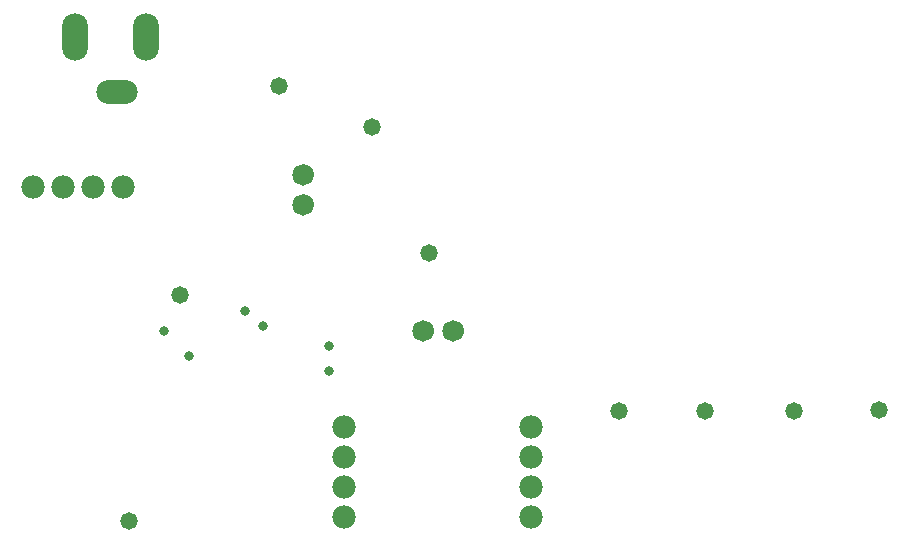
<source format=gbs>
G04*
G04 #@! TF.GenerationSoftware,Altium Limited,Altium Designer,21.6.4 (81)*
G04*
G04 Layer_Color=16711935*
%FSLAX25Y25*%
%MOIN*%
G70*
G04*
G04 #@! TF.SameCoordinates,4B2C5215-2B2B-4538-B039-7DC0A2B5EA6E*
G04*
G04*
G04 #@! TF.FilePolarity,Negative*
G04*
G01*
G75*
%ADD25C,0.00000*%
%ADD29C,0.07800*%
%ADD30C,0.07178*%
%ADD31O,0.08674X0.15761*%
%ADD32O,0.13792X0.07887*%
%ADD33C,0.05800*%
%ADD34C,0.03300*%
D25*
X155390Y73000D02*
G03*
X155390Y73000I-3390J0D01*
G01*
X165390D02*
G03*
X165390Y73000I-3390J0D01*
G01*
X115390Y125094D02*
G03*
X115390Y125094I-3390J0D01*
G01*
Y115094D02*
G03*
X115390Y115094I-3390J0D01*
G01*
D29*
X188000Y31095D02*
D03*
Y41094D02*
D03*
Y11095D02*
D03*
Y21094D02*
D03*
X125500Y31000D02*
D03*
Y41000D02*
D03*
Y11000D02*
D03*
Y21000D02*
D03*
X42000Y121095D02*
D03*
X52000D02*
D03*
X22000D02*
D03*
X32000D02*
D03*
D30*
X152000Y73000D02*
D03*
X162000D02*
D03*
X112000Y125094D02*
D03*
Y115094D02*
D03*
D31*
X59622Y171095D02*
D03*
X36000D02*
D03*
D32*
X49779Y152787D02*
D03*
D33*
X245900Y46400D02*
D03*
X275400D02*
D03*
X71000Y85000D02*
D03*
X217300Y46400D02*
D03*
X104000Y154500D02*
D03*
X135000Y141000D02*
D03*
X304000Y46500D02*
D03*
X54000Y9500D02*
D03*
X154000Y99000D02*
D03*
D34*
X92500Y79500D02*
D03*
X120500Y59500D02*
D03*
X74000Y64500D02*
D03*
X65500Y73000D02*
D03*
X98500Y74500D02*
D03*
X120500Y68000D02*
D03*
M02*

</source>
